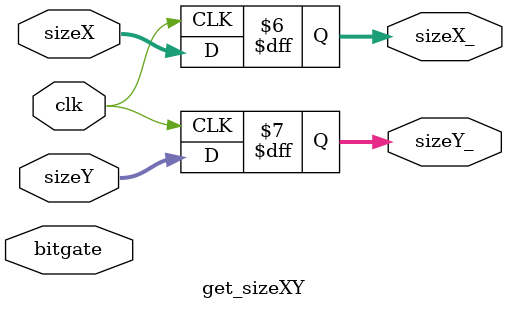
<source format=sv>
/*	
   ===================================================================
   Module Name  : get_sizeXY
   Author: CINVESTAV
   Filename     : get_sizeXY.sv
   Type         : Verilog Module
   Author: Jaciel CINVESTAV  
   Description  : Este bloque guarda el tamano de la memoria X y Y
                  Version     : 1.0
   Data        : 24 May 2024
   Revision    : -
   Reviser     : -		

*/

module get_sizeXY
(
	input clk,	
   input bitgate,
   input reg [4:0] sizeX,
   input reg [4:0] sizeY,
	output reg [4:0] sizeX_,
   output reg [4:0] sizeY_
   
);


always@(posedge clk) begin 
   if (bitgate) begin
      sizeX_ = sizeX;
      sizeY_ = sizeY;
     
     
      
   end
   else begin
      sizeX_=sizeX;
      sizeY_=sizeY;    
      
   end  
   
end

endmodule 
</source>
